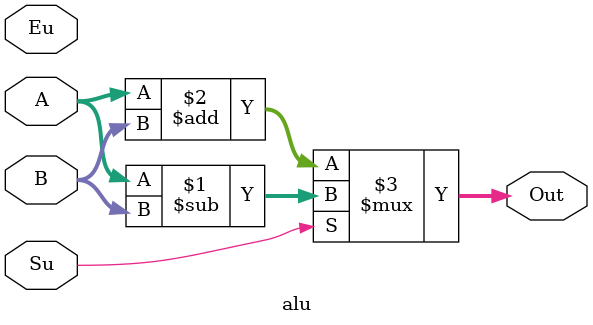
<source format=v>
module alu(Su, Eu, A, B, Out);
	
	input [7:0]A;
	input [7:0]B;
	input Su;
	input Eu;
	output [7:0]Out;
	
	assign Out = (Su) ? A - B : A + B;
	
endmodule

</source>
